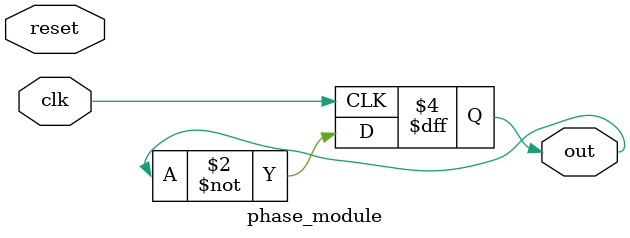
<source format=v>
module phase_module(input clk,reset, output out); //instanciar modulo

reg out = 0;      //establece variables a usar y asigna valores

always @ (posedge clk)
  begin
    out <= ~out;      //niega y asigna out
  end

endmodule

</source>
